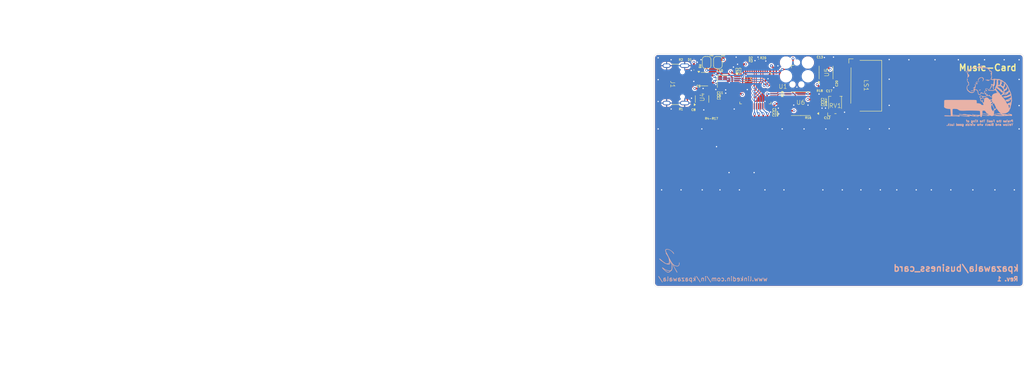
<source format=kicad_pcb>
(kicad_pcb (version 20241229) (generator "pcbnew") (generator_version "9.0")
  (title_block (title "${PROJECT_NAME}") (date "2025-09-05") (rev "${REVISION}") (comment 1 "${BOARD_NAME} ${DOC_TYPE} Document"))
  (layers (0 "F.Cu" signal "L1 (F.Sig)") (4 "In1.Cu" signal "L2 (GND)") (6 "In2.Cu" signal "L3 (PWR)") (2 "B.Cu" signal "L4 (B.Sig)") (13 "F.Paste" user) (15 "B.Paste" user) (5 "F.SilkS" user "F.Silkscreen") (7 "B.SilkS" user "B.Silkscreen") (1 "F.Mask" user) (3 "B.Mask" user) (25 "Edge.Cuts" user))
  (property "BOARD_NAME" "Music Card")
  (property "COMPANY" "")
  (property "DESIGNER" "Kpazawala Windross")
  (property "DOC_TYPE" "Fabrication")
  (property "PROJECT_NAME" "Business Card")
  (property "RELEASE_DATE" "")
  (property "REVIEWER" "")
  (property "REVISION" "1.0")
  (property "VARIANT" "RELEASED")
  (net 0 "")
  (net 1 "GND")
  (net 2 "+3.3V")
  (net 3 "+5V")
  (net 4 "OSC_IN")
  (net 5 "OSC_OUT")
  (net 6 "LINEVOUTL_OUT")
  (net 7 "Net-(U6-CPVOUTN)")
  (net 8 "/IN+_vk")
  (net 9 "Net-(U5-IN+)")
  (net 10 "Net-(U6-CPCB)")
  (net 11 "Net-(U6-CPCA)")
  (net 12 "Net-(U6-VMID)")
  (net 13 "Net-(U5-IN-)")
  (net 14 "/LED_G")
  (net 15 "/USB_CC1")
  (net 16 "/USB_DP_r")
  (net 17 "/USB_DN_r")
  (net 18 "/USB_CC2")
  (net 19 "/TOUCH_r")
  (net 20 "/BOOT")
  (net 21 "Net-(U5-VO-)")
  (net 22 "Net-(U5-VO+)")
  (net 23 "BTN_01")
  (net 24 "BTN_02")
  (net 25 "BTN_03")
  (net 26 "BTN_04")
  (net 27 "BTN_05")
  (net 28 "BTN_06")
  (net 29 "BTN_07")
  (net 30 "BTN_08")
  (net 31 "BTN_12")
  (net 32 "BTN_11")
  (net 33 "BTN_10")
  (net 34 "LINEVOUTL")
  (net 35 "BTN_09")
  (net 36 "Net-(U5-~{SD})")
  (net 37 "Net-(U6-AIFMODE)")
  (net 38 "SWD_CLK")
  (net 40 "SWD_IO")
  (net 41 "USB_D+")
  (net 42 "USB_D-")
  (net 43 "I2S_MC")
  (net 44 "I2S_SD")
  (net 45 "I2S_WS")
  (net 46 "/LED_G_IO")
  (net 47 "I2S_CK")
  (net 50 "SWD_NRST")
  (net 51 "/TOUCH_r1")
  (net 52 "/TOUCH_r2")
  (net 53 "/TOUCH_r3")
  (net 54 "/TOUCH_r4")
  (net 55 "/TOUCH_r5")
  (net 56 "/TOUCH_r6")
  (net 57 "/TOUCH_r7")
  (net 58 "/TOUCH_r8")
  (net 59 "/TOUCH_r9")
  (net 60 "/TOUCH_r10")
  (net 61 "/TOUCH_r11")
  (net 62 "Net-(D2-A)")
  (footprint "0_resistor_smd:R_0201_0603Metric" (layer "F.Cu") (at 192.8 82.845 -90)
    (property "Reference" "R6" (hide yes))
    (property "Value" "10k" (hide yes))
  )
  (footprint "0_jumper:SolderJumper-Open_Pad_1.0x1.5mm" (layer "F.Cu") (at 190.315 70.0125 -90)
    (property "Reference" "JP2" (hide yes))
    (property "Value" "BOOT" (hide yes))
  )
  (footprint "0_capacitor_smd:C_0201_0603Metric" (layer "F.Cu") (at 193.815 72.0125 -90)
    (property "Reference" "C5")
    (property "Value" ".1u" (hide yes))
  )
  (footprint "0_capacitor_smd:C_0201_0603Metric" (layer "F.Cu") (at 215.215 81.5125 90)
    (property "Reference" "C12")
    (property "Value" "22n" (hide yes))
  )
  (footprint "0_connectors:Conn_CIRC" (layer "F.Cu") (at 182.25 91.525 90)
    (property "Reference" "J2" (hide yes))
    (property "Value" "CAP_TOUCH_CIRC" (hide yes))
  )
  (footprint "0_capacitor_smd:C_0201_0603Metric" (layer "F.Cu") (at 205.215 80.1125 90)
    (property "Reference" "C19")
    (property "Value" "1u" (hide yes))
  )
  (footprint "0_capacitor_smd:C_0201_0603Metric" (layer "F.Cu") (at 213.715 78.2125 90)
    (property "Reference" "C14")
    (property "Value" "4.7u" (hide yes))
  )
  (footprint "0_capacitor_smd:C_0201_0603Metric" (layer "F.Cu") (at 203.445 72.325 180)
    (property "Reference" "C4" (hide yes))
    (property "Value" ".1u" (hide yes))
  )
  (footprint "0_potentiometer_smd:TC33X-2-103E" (layer "F.Cu") (at 217.465 79.6875 90)
    (property "Reference" "RV1")
    (property "Value" "10k" (hide yes))
  )
  (footprint "0_connectors:Conn_RECT" (layer "F.Cu") (at 256 110.625 90)
    (property "Reference" "J12" (hide yes))
    (property "Value" "CAP_TOUCH_RECT" (hide yes))
  )
  (footprint "0_resistor_smd:R_0201_0603Metric" (layer "F.Cu") (at 180.46 80.7625 180)
    (property "Reference" "R1")
    (property "Value" "5.1k" (hide yes))
  )
  (footprint "0_resistor_smd:R_0201_0603Metric" (layer "F.Cu") (at 180.45 69.375 180)
    (property "Reference" "R2")
    (property "Value" "5.1k" (hide yes))
  )
  (footprint "0_resistor_smd:R_0201_0603Metric" (layer "F.Cu") (at 195.8 82.845 -90)
    (property "Reference" "R10" (hide yes))
    (property "Value" "10k" (hide yes))
  )
  (footprint "0_resistor_smd:R_0201_0603Metric" (layer "F.Cu") (at 194.8 82.845 -90)
    (property "Reference" "R9" (hide yes))
    (property "Value" "10k" (hide yes))
  )
  (footprint "0_connectors:Conn_SWD_TC2030" (layer "F.Cu") (at 208.52 72.3025 -90)
    (property "Reference" "U1")
    (property "Value" "Conn_SWD_TC2030" (hide yes))
  )
  (footprint "0_led_smd:LED_0201_0603Metric" (layer "F.Cu") (at 184.765 70.82 90)
    (property "Reference" "D1")
    (property "Value" "LED_G" (hide yes))
  )
  (footprint "0_resistor_smd:R_0201_0603Metric" (layer "F.Cu") (at 191.8 82.845 -90)
    (property "Reference" "R5" (hide yes))
    (property "Value" "10k" (hide yes))
  )
  (footprint "0_resistor_smd:R_0201_0603Metric" (layer "F.Cu") (at 199.8 82.87 -90)
    (property "Reference" "R14" (hide yes))
    (property "Value" "10k" (hide yes))
  )
  (footprint "0_resistor_smd:R_0201_0603Metric" (layer "F.Cu") (at 212.58 82.55)
    (property "Reference" "R16")
    (property "Value" "150" (hide yes))
  )
  (footprint "0_led_smd:LED_0201_0603Metric" (layer "F.Cu") (at 199.65 70.025 -90)
    (property "Reference" "D2")
    (property "Value" "LED_G" (hide yes))
  )
  (footprint "0_connectors:Conn_RECT" (layer "F.Cu") (at 247.6 110.625 90)
    (property "Reference" "J11" (hide yes))
    (property "Value" "CAP_TOUCH_RECT" (hide yes))
  )
  (footprint "0_package_qfp:LQFP-48_7.0x7.0mm_.22mm" (layer "F.Cu") (at 198.875 75.97)
    (property "Reference" "U3")
    (property "Value" "STM32L072CBTx" (hide yes))
  )
  (footprint "0_capacitor_smd:C_0201_0603Metric" (layer "F.Cu") (at 216.015 75.7625 180)
    (property "Reference" "C17")
    (property "Value" ".1u" (hide yes))
  )
  (footprint "0_connectors:Conn_RECT" (layer "F.Cu") (at 239.2 110.625 90)
    (property "Reference" "J10" (hide yes))
    (property "Value" "CAP_TOUCH_RECT" (hide yes))
  )
  (footprint "0_resistor_smd:R_0201_0603Metric" (layer "F.Cu") (at 196.8 82.845 -90)
    (property "Reference" "R11" (hide yes))
    (property "Value" "10k" (hide yes))
  )
  (footprint "0_resistor_smd:R_0201_0603Metric" (layer "F.Cu") (at 198.8 82.87 -90)
    (property "Reference" "R13" (hide yes))
    (property "Value" "10k" (hide yes))
  )
  (footprint "0_resistor_smd:R_0201_0603Metric" (layer "F.Cu") (at 200.35 70.025 90)
    (property "Reference" "R20")
    (property "Value" "150" (hide yes))
  )
  (footprint "0_resistor_smd:R_0201_0603Metric" (layer "F.Cu") (at 193.8 82.845 -90)
    (property "Reference" "R7" (hide yes))
    (property "Value" "10k" (hide yes))
  )
  (footprint "0_capacitor_smd:C_0201_0603Metric" (layer "F.Cu") (at 185.965 80.9125)
    (property "Reference" "C8")
    (property "Value" "1u" (hide yes))
  )
  (footprint "0_resistor_smd:R_0201_0603Metric" (layer "F.Cu") (at 197.8 82.845 -90)
    (property "Reference" "R12" (hide yes))
    (property "Value" "10k" (hide yes))
  )
  (footprint "0_capacitor_smd:C_0201_0603Metric" (layer "F.Cu") (at 193.06 76.2625 180)
    (property "Reference" "C1")
    (property "Value" ".1u" (hide yes))
  )
  (footprint "0_connectors:Conn_RECT" (layer "F.Cu") (at 230.8 110.625 90)
    (property "Reference" "J9" (hide yes))
    (property "Value" "CAP_TOUCH_RECT" (hide yes))
  )
  (footprint "0_connectors:Conn_RECT" (layer "F.Cu") (at 214 110.625 90)
    (property "Reference" "J7" (hide yes))
    (property "Value" "CAP_TOUCH_RECT" (hide yes))
  )
  (footprint "0_connectors:Conn_RECT" (layer "F.Cu") (at 180.4 110.625 90)
    (property "Reference" "J3" (hide yes))
    (property "Value" "CAP_TOUCH_RECT" (hide yes))
  )
  (footprint "0_resistor_smd:R_0201_0603Metric" (layer "F.Cu") (at 200.8 82.87 -90)
    (property "Reference" "R15" (hide yes))
    (property "Value" "10k" (hide yes))
  )
  (footprint "0_resistor_smd:R_0201_0603Metric" (layer "F.Cu") (at 198.565 70.4125 180)
    (property "Reference" "R3")
    (property "Value" "150" (hide yes))
  )
  (footprint "0_resistor_smd:R_0201_0603Metric" (layer "F.Cu") (at 190.8 82.845 -90)
    (property "Reference" "R4" (hide yes))
    (property "Value" "10k" (hide yes))
  )
  (footprint "0_capacitor_smd:C_0201_0603Metric" (layer "F.Cu") (at 195.765 70.4125)
    (property "Reference" "C2")
    (property "Value" ".1u" (hide yes))
  )
  (footprint "0_capacitor_smd:C_0201_0603Metric" (layer "F.Cu") (at 190.76 72.4125 180)
    (property "Reference" "C10")
    (property "Value" "10p" (hide yes))
  )
  (footprint "0_connectors:Conn_CIRC" (layer "F.Cu") (at 254.25 91.525 90)
    (property "Reference" "J13" (hide yes))
    (property "Value" "CAP_TOUCH_CIRC" (hide yes))
  )
  (footprint "0_connectors:Conn_RECT" (layer "F.Cu") (at 188.8 110.625 90)
    (property "Reference" "J4" (hide yes))
    (property "Value" "CAP_TOUCH_RECT" (hide yes))
  )
  (footprint "0_connectors:Conn_RECT" (layer "F.Cu") (at 197.2 110.625 90)
    (property "Reference" "J5" (hide yes))
    (property "Value" "CAP_TOUCH_RECT" (hide yes))
  )
  (footprint "0_crystal:CRYSTAL-SMD-4_2.0x1.6mm" (layer "F.Cu") (at 191.255 74.3375 -90)
    (property "Reference" "Y1" (hide yes))
    (property "Value" "32Mhz" (hide yes))
  )
  (footprint "0_capacitor_smd:C_0201_0603Metric" (layer "F.Cu") (at 216.015 68.7625)
    (property "Reference" "C13")
    (property "Value" "4.7u" (hide yes))
  )
  (footprint "0_resistor_smd:R_0201_0603Metric" (layer "F.Cu") (at 185.55 70.825 -90)
    (property "Reference" "R8")
    (property "Value" "150" (hide yes))
  )
  (footprint "0_resistor_smd:R_0201_0603Metric" (layer "F.Cu") (at 213.915 75.7625)
    (property "Reference" "R18")
    (property "Value" "150" (hide yes))
  )
  (footprint "0_capacitor_smd:C_0201_0603Metric" (layer "F.Cu") (at 190.75 76.1875 180)
    (property "Reference" "C11")
    (property "Value" "10p" (hide yes))
  )
  (footprint "0_capacitor_smd:C_0201_0603Metric" (layer "F.Cu") (at 193.07 77.1125)
    (property "Reference" "C6")
    (property "Value" ".1u" (hide yes))
  )
  (footprint "0_capacitor_smd:C_0201_0603Metric" (layer "F.Cu") (at 185.895 76.0125)
    (property "Reference" "C9")
    (property "Value" "1u" (hide yes))
  )
  (footprint "0_resistor_smd:R_0201_0603Metric" (layer "F.Cu") (at 201.8 82.875 -90)
    (property "Reference" "R17" (hide yes))
    (property "Value" "10k" (hide yes))
  )
  (footprint "0_speaker:SP-1511S-1" (layer "F.Cu") (at 224.565 75.2625 -90)
    (property "Reference" "LS1")
    (property "Value" "SP-1511S-1" (hide yes))
  )
  (footprint "0_capacitor_smd:C_0201_0603Metric" (layer "F.Cu") (at 217.165 74.7625 90)
    (property "Reference" "C20")
    (property "Value" ".1u" (hide yes))
  )
  (footprint "0_resistor_smd:R_0201_0603Metric" (layer "F.Cu") (at 205.115 78.7125 90)
    (property "Reference" "R19")
    (property "Value" "150" (hide yes))
  )
  (footprint "0_connectors:Conn_RECT" (layer "F.Cu") (at 205.6 110.625 90)
    (property "Reference" "J6" (hide yes))
    (property "Value" "CAP_TOUCH_RECT" (hide yes))
  )
  (footprint "0_capacitor_smd:C_0201_0603Metric" (layer "F.Cu") (at 203.4475 71.575 180)
    (property "Reference" "C7" (hide yes))
    (property "Value" "4.7u" (hide yes))
  )
  (footprint "0_connectors:Conn_RECT" (layer "F.Cu") (at 222.4 110.625 90)
    (property "Reference" "J8" (hide yes))
    (property "Value" "CAP_TOUCH_RECT" (hide yes))
  )
  (footprint "0_capacitor_smd:C_0201_0603Metric" (layer "F.Cu") (at 205.115 81.5325 -90)
    (property "Reference" "C15")
    (property "Value" "4.7u" (hide yes))
  )
  (footprint "0_capacitor_smd:C_0201_0603Metric" (layer "F.Cu") (at 202.5175 80.43 90)
    (property "Reference" "C3")
    (property "Value" ".1u" (hide yes))
  )
  (footprint "0_package_so:TSSOP-16_5.0x4.4mm" (layer "F.Cu") (at 209.4175 79.2025 180)
    (property "Reference" "U6")
    (property "Value" "WM8524" (hide yes))
  )
  (footprint "0_package_so:MSOP-8_3.0x3.0mm" (layer "F.Cu") (at 215.26 72.255 90)
    (property "Reference" "U5")
    (property "Value" "PAM8302A" (hide yes))
  )
  (footprint "0_connector_usb:USB_C_Receptacle_GCT_USB4105" (layer "F.Cu") (at 179.765 75.0125 -90)
    (property "Reference" "J1")
    (property "Value" "USB_C_Receptacle_USB2.0_14P" (hide yes))
  )
  (footprint "0_package_sot_smd:SOT-23-6" (layer "F.Cu") (at 187.2025 73.7125)
    (property "Reference" "U2" (hide yes))
    (property "Value" "USBLC6-2SC6" (hide yes))
  )
  (footprint "0_capacitor_smd:C_0201_0603Metric" (layer "F.Cu") (at 214.05 81.1625)
    (property "Reference" "C16")
    (property "Value" "1u" (hide yes))
  )
  (footprint "0_package_sot_smd:SOT-23-5" (layer "F.Cu") (at 186.6075 78.4125 90)
    (property "Reference" "U4")
    (property "Value" "TLV70245" (hide yes))
  )
  (footprint "0_jumper:SolderJumper-Open_Pad_1.0x1.5mm" (layer "F.Cu") (at 187.715 70.0125 -90)
    (property "Reference" "JP1" (hide yes))
    (property "Value" "NRST" (hide yes))
  )
  (footprint "0_capacitor_smd:C_0201_0603Metric" (layer "F.Cu") (at 213.615 80.0125 -90)
    (property "Reference" "C18")
    (property "Value" "1u" (hide yes))
  )
  (footprint "0_logos:signature" (layer "B.Cu") (at 179.05 115.825 180)
    (property "Reference" "G***" (hide yes))
    (property "Value" "LOGO" (hide yes))
  )
  (footprint "0_images:schroeder_piano" (layer "B.Cu") (at 250.291174 75.77987 180)
    (property "Reference" "G***" (hide yes))
    (property "Value" "LOGO" (hide yes))
  )
  (gr_line (start 176.45 67.925) (end 260.05 67.925) (stroke (width 0.05)) (layer "Edge.Cuts"))
  (gr_line (start 260.05 121.925) (end 176.45 121.925) (stroke (width 0.05)) (layer "Edge.Cuts"))
  (gr_line (start 261.05 68.925) (end 261.05 120.925) (stroke (width 0.05)) (layer "Edge.Cuts"))
  (gr_arc (start 176.45 121.925) (mid 175.74288 121.632114) (end 175.45 120.925) (stroke (width 0.05)) (layer "Edge.Cuts"))
  (gr_line (start 175.45 120.925) (end 175.45 68.925) (stroke (width 0.05)) (layer "Edge.Cuts"))
  (gr_arc (start 175.45 68.925) (mid 175.742894 68.217901) (end 176.45 67.925) (stroke (width 0.05)) (layer "Edge.Cuts"))
  (gr_arc (start 260.05 67.925) (mid 260.757093 68.217901) (end 261.05 68.925) (stroke (width 0.05)) (layer "Edge.Cuts"))
  (gr_arc (start 261.05 120.925) (mid 260.757108 121.632114) (end 260.05 121.925) (stroke (width 0.05)) (layer "Edge.Cuts"))
  (gr_text "NRST" (at 188.325 68.55 0) (layer "F.SilkS") (effects (font (size 0.25 0.25) (thickness 0.05) (bold yes)) (justify left bottom)))
  (gr_text "Music-Card" (at 245.85 72.025 0) (layer "F.SilkS") (effects (font (size 1.5 1.5) (thickness 0.3) (bold yes)) (justify left bottom)))
  (gr_text "R4-R17" (at 187.2 83.225 0) (layer "F.SilkS") (effects (font (size 0.5 0.5) (thickness 0.1) (bold yes)) (justify left bottom)))
  (gr_text "BOOT" (at 191 68.55 0) (layer "F.SilkS") (effects (font (size 0.25 0.25) (thickness 0.05) (bold yes)) (justify left bottom)))
  (gr_text "kpazawala/business_card" (at 260.05 118.425 0) (layer "B.SilkS") (effects (font (size 1.5 1.5) (thickness 0.3) (bold yes)) (justify left bottom mirror)))
  (gr_text "Rev. 1" (at 259.85 120.625 0) (layer "B.SilkS") (effects (font (size 1 1) (thickness 0.25) (bold yes)) (justify left bottom mirror)))
  (gr_text "Praise the Fool! The King of \nYellow and Black who wields good luck." (at 258.65 84.625 0) (layer "B.SilkS") (effects (font (size 0.5 0.5) (thickness 0.125) (bold yes)) (justify left bottom mirror)))
  (gr_text "www.linkedin.com/in/kpazawala/" (at 201.85 120.625 -0) (layer "B.SilkS") (effects (font (size 1 1)) (justify left bottom mirror)))
  (segment (start 198.885 69.56) (end 198.85 69.525) (width 0.3) (layer "F.Cu") (net 1))
  (segment (start 200.4 70.345) (end 200.63 70.345) (width 0.3) (layer "F.Cu") (net 1))
  (segment (start 218.465 81.4875) (end 219.54 81.4875) (width 0.3) (layer "F.Cu") (net 1))
  (segment (start 208.545 74.3975) (end 208.545 75.6625) (width 0.2) (layer "F.Cu") (net 1))
  (segment (start 200.63 70.345) (end 201.35 69.625) (width 0.3) (layer "F.Cu") (net 1))
  (segment (start 190.44 72.4625) (end 189.78 72.4625) (width 0.3) (layer "F.Cu") (net 1))
  (segment (start 186.6075 80.54) (end 186.615 80.54) (width 0.3) (layer "F.Cu") (net 1))
  (segment (start 214.965 70.1625) (end 214.965 68.858219) (width 0.3) (layer "F.Cu") (net 1))
  (segment (start 196.68 71.7625) (end 196.68 72.855445) (width 0.3) (layer "F.Cu") (net 1))
  (segment (start 203.0925 73.675) (end 201.9025 73.675) (width 0.3) (layer "F.Cu") (net 1))
  (segment (start 203.7675 71.625) (end 203.7675 71.1075) (width 0.3) (layer "F.Cu") (net 1))
  (segment (start 186.615 80.54) (end 187 80.925) (width 0.3) (layer "F.Cu") (net 1))
  (segment (start 201.18 78.9775) (end 201.165 78.9625) (width 0.3) (layer "F.Cu") (net 1))
  (segment (start 192.077922 76.3125) (end 192.0625 76.297078) (width 0.3) (layer "F.Cu") (net 1))
  (segment (start 192.75 77.0625) (end 192.095 77.0625) (width 0.3) (layer "F.Cu") (net 1))
  (segment (start 193.865 71.6925) (end 193.865 71.0125) (width 0.3) (layer "F.Cu") (net 1))
  (segment (start 189.805 76.2375) (end 189.78 76.2125) (width 0.3) (layer "F.Cu") (net 1))
  (segment (start 204.25 80.525) (end 204.45 80.325) (width 0.3) (layer "F.Cu") (net 1))
  (segment (start 185.515 70.5325) (end 185.515 69.9075) (width 0.3) (layer "F.Cu") (net 1))
  (segment (start 201.9025 73.675) (end 201.865 73.7125) (width 0.3) (layer "F.Cu") (net 1))
  (segment (start 192.915 74.5975) (end 191.93 73.6125) (width 0.3) (layer "F.Cu") (net 1))
  (segment (start 186.215 75.9625) (end 186.8525 75.9625) (width 0.3) (layer "F.Cu") (net 1))
  (segment (start 217.115 75.7125) (end 217.065 75.7625) (width 0.3) (layer "F.Cu") (net 1))
  (segment (start 192.915 74.607246) (end 192.915 74.5975) (width 0.3) (layer "F.Cu") (net 1))
  (segment (start 204.45 80.325) (end 204.45 79.8775) (width 0.3) (layer "F.Cu") (net 1))
  (segment (start 190.78 75.0625) (end 189.795 75.0625) (width 0.3) (layer "F.Cu") (net 1))
  (segment (start 184.165 78.2125) (end 183.155 78.2125) (width 0.3) (layer "F.Cu") (net 1))
  (segment (start 180.13 69.325) (end 179.45 69.325) (width 0.3) (layer "F.Cu") (net 1))
  (segment (start 204.35 81.8525) (end 205.165 81.8525) (width 0.3) (layer "F.Cu") (net 1))
  (segment (start 186.6075 80.54) (end 186.285 80.8625) (width 0.3) (layer "F.Cu") (net 1))
  (segment (start 196.6275 76.675) (end 194.7675 76.675) (width 0.3) (layer "F.Cu") (net 1))
  (segment (start 195.445 70.3625) (end 194.815 70.3625) (width 0.3) (layer "F.Cu") (net 1))
  (segment (start 214.335 81.1125) (end 214.335 80.5425) (width 0.3) (layer "F.Cu") (net 1))
  (segment (start 214.965 68.858219) (end 214.911601 68.80482) (width 0.3) (layer "F.Cu") (net 1))
  (segment (start 192.74 76.3125) (end 192.077922 76.3125) (width 0.3) (layer "F.Cu") (net 1))
  (segment (start 180.14 80.7125) (end 179.465 80.7125) (width 0.3) (layer "F.Cu") (net 1))
  (segment (start 198.885 70.3625) (end 198.885 69.56) (width 0.3) (layer "F.Cu") (net 1))
  (segment (start 204.45 79.8775) (end 204.535 79.7925) (width 0.3) (layer "F.Cu") (net 1))
  (segment (start 196.68 72.855445) (end 196.7818 72.957245) (width 0.3) (layer "F.Cu") (net 1))
  (segment (start 183.155 71.8125) (end 184.115 71.8125) (width 0.3) (layer "F.Cu") (net 1))
  (segment (start 184.691105 74.291481) (end 185.170086 73.8125) (width 0.3) (layer "F.Cu") (net 1))
  (segment (start 201.18 80.0875) (end 201.18 78.9775) (width 0.3) (layer "F.Cu") (net 1))
  (segment (start 214.335 80.5425) (end 214.365 80.5125) (width 0.3) (layer "F.Cu") (net 1))
  (segment (start 191.93 73.6125) (end 191.93 73.793744) (width 0.2) (layer "F.Cu") (net 1))
  (segment (start 190.78 74.943744) (end 190.78 75.0625) (width 0.2) (layer "F.Cu") (net 1))
  (segment (start 212.29 79.8125) (end 211.115 79.8125) (width 0.3) (layer "F.Cu") (net 1))
  (segment (start 191.93 73.6125) (end 192.115 73.6125) (width 0.3) (layer "F.Cu") (net 1))
  (segment (start 202.4675 81.41) (end 202.4675 80.75) (width 0.3) (layer "F.Cu") (net 1))
  (segment (start 204.535 79.7925) (end 205.165 79.7925) (width 0.3) (layer "F.Cu") (net 1))
  (segment (start 207.92 73.7725) (end 208.545 74.3975) (width 0.2) (layer "F.Cu") (net 1))
  (segment (start 203.7675 71.1075) (end 204.15 70.725) (width 0.3) (layer "F.Cu") (net 1))
  (segment (start 215.165 81.1925) (end 215.165 80.5075) (width 0.3) (layer "F.Cu") (net 1))
  (segment (start 184.691105 74.331502) (end 184.691105 74.291481) (width 0.3) (layer "F.Cu") (net 1))
  (segment (start 187.665 69.3125) (end 186.365 69.3125) (width 0.3) (layer "F.Cu") (net 1))
  (segment (start 186.6075 79.55) (end 186.6075 80.54) (width 0.3) (layer "F.Cu") (net 1))
  (segment (start 213.665 77.8925) (end 213.665 77.2575) (width 0.3) (layer "F.Cu") (net 1))
  (segment (start 197.075 76.2275) (end 196.6275 76.675) (width 0.3) (layer "F.Cu") (net 1))
  (segment (start 190.43 76.2375) (end 189.805 76.2375) (width 0.3) (layer "F.Cu") (net 1))
  (segment (start 217.115 75.0825) (end 217.115 75.7125) (width 0.3) (layer "F.Cu") (net 1))
  (segment (start 203.765 71.6275) (end 203.7675 71.625) (width 0.3) (layer "F.Cu") (net 1))
  (segment (start 185.170086 73.8125) (end 186.015 73.8125) (width 0.3) (layer "F.Cu") (net 1))
  (segment (start 203.765 72.375) (end 203.765 71.6275) (width 0.3) (layer "F.Cu") (net 1))
  (segment (start 206.565 79.8125) (end 207.815 79.8125) (width 0.3) (layer "F.Cu") (net 1))
  (segment (start 216.335 68.7125) (end 217.015 68.7125) (width 0.3) (layer "F.Cu") (net 1))
  (segment (start 219.54 81.4875) (end 219.565 81.4625) (width 0.3) (layer "F.Cu") (net 1))
  (via (at 194.5 68.725) (size 0.7) (drill 0.3) (layers "F.Cu" "B.Cu") (net 1))
  (via (at 259.95 79.925) (size 0.7) (drill 0.3) (layers "F.Cu" "B.Cu") (net 1))
  (via (at 215.165 80.5075) (size 0.6) (drill 0.3) (layers "F.Cu" "B.Cu") (net 1))
  (via (at 189.78 76.2125) (size 0.6) (drill 0.3) (layers "F.Cu" "B.Cu") (net 1))
  (via (at 185.515 69.9075) (size 0.6) (drill 0.3) (layers "F.Cu" "B.Cu") (net 1))
  (via (at 214.365 80.5125) (size 0.6) (drill 0.3) (layers "F.Cu" "B.Cu") (net 1))
  (via (at 184.115 71.8125) (size 0.6) (drill 0.3) (layers "F.Cu" "B.Cu") (net 1))
  (via (at 256.5 69.325) (size 0.7) (drill 0.3) (layers "F.Cu" "B.Cu") (net 1))
  (via (at 199.55 68.725) (size 0.7) (drill 0.3) (layers "F.Cu" "B.Cu") (net 1))
  (via (at 204.35 81.8525) (size 0.6) (drill 0.3) (layers "F.Cu" "B.Cu") (net 1))
  (via (at 176.45 78.975) (size 0.7) (drill 0.3) (layers "F.Cu" "B.Cu") (net 1))
  (via (at 179.465 80.7125) (size 0.6) (drill 0.3) (layers "F.Cu" "B.Cu") (net 1))
  (via (at 258.85 99.425) (size 0.7) (drill 0.3) (layers "F.Cu" "B.Cu") (net 1))
  (via (at 192.0825 77.05) (size 0.6) (drill 0.3) (layers "F.Cu" "B.Cu") (net 1))
  (via (at 192.85 95.425) (size 0.7) (drill 0.3) (layers "F.Cu" "B.Cu") (net 1))
  (via (at 219.05 99.425) (size 0.7) (drill 0.3) (layers "F.Cu" "B.Cu") (net 1))
  (via (at 194.815 70.3625) (size 0.6) (drill 0.3) (layers "F.Cu" "B.Cu") (net 1))
  (via (at 249.25 99.425) (size 0.7) (drill 0.3) (layers "F.Cu" "B.Cu") (net 1))
  (via (at 214.55 99.425) (size 0.7) (drill 0.3) (layers "F.Cu" "B.Cu") (net 1))
  (via (at 189.795 75.0625) (size 0.6) (drill 0.3) (layers "F.Cu" "B.Cu") (net 1))
  (via (at 234.45 69.325) (size 0.7) (drill 0.3) (layers "F.Cu" "B.Cu") (net 1))
  (via (at 201.865 73.7125) (size 0.6) (drill 0.3) (layers "F.Cu" "B.Cu") (net 1))
  (via (at 211.115 79.8125) (size 0.6) (drill 0.3) (layers "F.Cu" "B.Cu") (net 1))
  (via (at 197.075 76.2275) (size 0.6) (drill 0.3) (layers "F.Cu" "B.Cu") (net 1))
  (via (at 236.15 99.425) (size 0.7) (drill 0.3) (layers "F.Cu" "B.Cu") (net 1))
  (via (at 223.35 99.425) (size 0.7) (drill 0.3) (layers "F.Cu" "B.Cu") (net 1))
  (via (at 210.2 85.325) (size 0.7) (drill 0.3) (layers "F.Cu" "B.Cu") (net 1))
  (via (at 186.55 85.325) (size 0.7) (drill 0.3) (layers "F.Cu" "B.Cu") (net 1))
  (via (at 198.85 69.525) (size 0.6) (drill 0.3) (layers "F.Cu" "B.Cu") (net 1))
  (via (at 259.95 69.325) (size 0.7) (drill 0.3) (layers "F.Cu" "B.Cu") (net 1))
  (via (at 215.25 85.325) (size 0.7) (drill 0.3) (layers "F.Cu" "B.Cu") (net 1))
  (via (at 220.3 85.325) (size 0.7) (drill 0.3) (layers "F.Cu" "B.Cu") (net 1))
  (via (at 181.75 99.425) (size 0.7) (drill 0.3) (layers "F.Cu" "B.Cu") (net 1))
  (via (at 186.65 99.425) (size 0.7) (drill 0.3) (layers "F.Cu" "B.Cu") (net 1))
  (via (at 186.365 69.3125) (size 0.6) (drill 0.3) (layers "F.Cu" "B.Cu") (net 1))
  (via (at 189.78 72.4625) (size 0.6) (drill 0.3) (layers "F.Cu" "B.Cu") (net 1))
  (via (at 213.665 77.2575) (size 0.6) (drill 0.3) (layers "F.Cu" "B.Cu") (net 1))
  (via (at 176.45 85.325) (size 0.7) (drill 0.3) (layers "F.Cu" "B.Cu") (net 1))
  (via (at 201.165 78.9625) (size 0.6) (drill 0.3) (layers "F.Cu" "B.Cu") (net 1))
  (via (at 225.35 85.325) (size 0.7) (drill 0.3) (layers "F.Cu" "B.Cu") (net 1))
  (via (at 177.25 99.425) (size 0.7) (drill 0.3) (layers "F.Cu" "B.Cu") (net 1))
  (via (at 192.0625 76.297078) (size 0.6) (drill 0.3) (layers "F.Cu" "B.Cu") (net 1))
  (via (at 229.9 79.875) (size 0.7) (drill 0.3) (layers "F.Cu" "B.Cu") (net 1))
  (via (at 217.015 68.7125) (size 0.6) (drill 0.3) (layers "F.Cu" "B.Cu") (net 1))
  (via (at 176.45 73.925) (size 0.7) (drill 0.3) (layers "F.Cu" "B.Cu") (net 1))
  (via (at 259.95 73.875) (size 0.7) (drill 0.3) (layers "F.Cu" "B.Cu") (net 1))
  (via (at 240.5 69.325) (size 0.7) (drill 0.3) (layers "F.Cu" "B.Cu") (net 1))
  (via (at 194.05 80.725) (size 0.6) (drill 0.3) (layers "F.Cu" "B.Cu") (net 1))
  (via (at 245.9 69.325) (size 0.7) (drill 0.3) (layers "F.Cu" "B.Cu") (net 1))
  (via (at 217.065 75.7625) (size 0.6) (drill 0.3) (layers "F.Cu" "B.Cu") (net 1))
  (via (at 254.35 99.425) (size 0.7) (drill 0.3) (layers "F.Cu" "B.Cu") (net 1))
  (via (at 187 80.925) (size 0.6) (drill 0.3) (layers "F.Cu" "B.Cu") (net 1))
  (via (at 219.565 81.4625) (size 0.6) (drill 0.3) (layers "F.Cu" "B.Cu") (net 1))
  (via (at 205.15 85.325) (size 0.7) (drill 0.3) (layers "F.Cu" "B.Cu") (net 1))
  (via (at 207.815 79.8125) (size 0.6) (drill 0.3) (layers "F.Cu" "B.Cu") (net 1))
  (via (at 190.75 99.425) (size 0.7) (drill 0.3) (layers "F.Cu" "B.Cu") (net 1))
  (via (at 186.8525 75.9625) (size 0.6) (drill 0.3) (layers "F.Cu" "B.Cu") (net 1))
  (via (at 239.65 99.425) (size 0.7) (drill 0.3) (layers "F.Cu" "B.Cu") (net 1))
  (via (at 198.65 95.425) (size 0.7) (drill 0.3) (layers "F.Cu" "B.Cu") (net 1))
  (via (at 189.95 89.425) (size 0.7) (drill 0.3) (layers "F.Cu" "B.Cu") (net 1))
  (via (at 229.9 69.275) (size 0.7) (drill 0.3) (layers "F.Cu" "B.Cu") (net 1))
  (via (at 231.65 99.425) (size 0.7) (drill 0.3) (layers "F.Cu" "B.Cu") (net 1))
  (via (at 196.7818 72.957245) (size 0.6) (drill 0.3) (layers "F.Cu" "B.Cu") (net 1))
  (via (at 193.865 71.0125) (size 0.6) (drill 0.3) (layers "F.Cu" "B.Cu") (net 1))
  (via (at 229.9 85.275) (size 0.7) (drill 0.3) (layers "F.Cu" "B.Cu") (net 1))
  (via (at 176.45 68.875) (size 0.7) (drill 0.3) (layers "F.Cu" "B.Cu") (net 1))
  (via (at 204.15 70.725) (size 0.7) (drill 0.3) (layers "F.Cu" "B.Cu") (net 1))
  (via (at 251.95 69.325) (size 0.7) (drill 0.3) (layers "F.Cu" "B.Cu") (net 1))
  (via (at 229.9 73.825) (size 0.7) (drill 0.3) (layers "F.Cu" "B.Cu") (net 1))
  (via (at 184.691105 74.331502) (size 0.6) (drill 0.3) (layers "F.Cu" "B.Cu") (net 1))
  (via (at 195.25 99.425) (size 0.7) (drill 0.3) (layers "F.Cu" "B.Cu") (net 1))
  (via (at 202.4675 81.41) (size 0.6) (drill 0.3) (layers "F.Cu" "B.Cu") (net 1))
  (via (at 244.15 99.425) (size 0.7) (drill 0.3) (layers "F.Cu" "B.Cu") (net 1))
  (via (at 259.95 85.325) (size 0.7) (drill 0.3) (layers "F.Cu" "B.Cu") (net 1))
  (via (at 208.545 75.6625) (size 0.6) (drill 0.3) (layers "F.Cu" "B.Cu") (net 1))
  (via (at 192.915 74.607246) (size 0.6) (drill 0.3) (layers "F.Cu" "B.Cu") (net 1))
  (via (at 205.55 99.425) (size 0.7) (drill 0.3) (layers "F.Cu" "B.Cu") (net 1))
  (via (at 201.15 99.425) (size 0.7) (drill 0.3) (layers "F.Cu" "B.Cu") (net 1))
  (via (at 184.165 78.2125) (size 0.6) (drill 0.3) (layers "F.Cu" "B.Cu") (net 1))
  (via (at 214.911601 68.80482) (size 0.6) (drill 0.3) (layers "F.Cu" "B.Cu") (net 1))
  (via (at 204.25 80.525) (size 0.6) (drill 0.3) (layers "F.Cu" "B.Cu") (net 1))
  (via (at 227.85 99.425) (size 0.7) (drill 0.3) (layers "F.Cu" "B.Cu") (net 1))
  (via (at 179.45 69.325) (size 0.6) (drill 0.3) (layers "F.Cu" "B.Cu") (net 1))
  (via (at 201.35 69.625) (size 0.6) (drill 0.3) (layers "F.Cu" "B.Cu") (net 1))
  (segment (start 215.615 70.1625) (end 215.615 70.974999) (width 0.3) (layer "F.Cu") (net 2))
  (segment (start 213.595 75.42405) (end 213.23345 75.0625) (width 0.3) (layer "F.Cu") (net 2))
  (segment (start 193.5025 77.175) (end 193.39 77.0625) (width 0.3) (layer "F.Cu") (net 2))
  (segment (start 215.615 68.7925) (end 215.695 68.7125) (width 0.3) (layer "F.Cu") (net 2))
  (segment (start 205.265 81.1125) (end 205.165 81.2125) (width 0.3) (layer "F.Cu") (net 2))
  (segment (start 216.165001 71.525) (end 216.25 71.525) (width 0.3) (layer "F.Cu") (net 2))
  (segment (start 201.7025 80.11) (end 201.68 80.0875) (width 0.3) (layer "F.Cu") (net 2))
  (segment (start 203.45 79.5) (end 204.075 79.5) (width 0.3) (layer "F.Cu") (net 2))
  (segment (start 196.18 70.4575) (end 196.085 70.3625) (width 0.3) (layer "F.Cu") (net 2))
  (segment (start 215.615 70.974999) (end 216.165001 71.525) (width 0.3) (layer "F.Cu") (net 2))
  (segment (start 215.615 70.1625) (end 215.615 68.7925) (width 0.3) (layer "F.Cu") (net 2))
  (segment (start 185.575 75.9625) (end 184.9 75.9625) (width 0.3) (layer "F.Cu") (net 2))
  (segment (start 203.1275 72.3725) (end 203.125 72.375) (width 0.3) (layer "F.Cu") (net 2))
  (segment (start 207.645 70.9575) (end 207.645 69.0625) (width 0.2) (layer "F.Cu") (net 2))
  (segment (start 203.1175 80.11) (end 202.4675 80.11) (width 0.3) (layer "F.Cu") (net 2))
  (segment (start 193.424894 72.3325) (end 193.184947 72.092553) (width 0.3) (layer "F.Cu") (net 2))
  (segment (start 196.085 70.3625) (end 196.665 70.3625) (width 0.3) (layer "F.Cu") (net 2))
  (segment (start 204.535 79.0325) (end 205.165 79.0325) (width 0.3) (layer "F.Cu") (net 2))
  (segment (start 195.77493 77.175) (end 195.948658 77.348728) (width 0.3) (layer "F.Cu") (net 2))
  (segment (start 204.075 79.5) (end 204.535 79.04) (width 0.3) (layer "F.Cu") (net 2))
  (segment (start 194.7675 73.175) (end 194.7075 73.175) (width 0.3) (layer "F.Cu") (net 2))
  (segment (start 203.45 79.5) (end 203.45 79.7775) (width 0.3) (layer "F.Cu") (net 2))
  (segment (start 196.18 71.7625) (end 196.18 70.4575) (width 0.3) (layer "F.Cu") (net 2))
  (segment (start 203.45 79.7775) (end 203.1175 80.11) (width 0.3) (layer "F.Cu") (net 2))
  (segment (start 206.565 81.1125) (end 207.865 81.1125) (width 0.3) (layer "F.Cu") (net 2))
  (segment (start 185.575 77.1925) (end 185.575 75.9625) (width 0.3) (layer "F.Cu") (net 2))
  (segment (start 204.535 79.04) (end 204.535 79.0325) (width 0.3) (layer "F.Cu") (net 2))
  (segment (start 203.1275 71.625) (end 203.1275 71.2025) (width 0.3) (layer "F.Cu") (net 2))
  (segment (start 203.1275 71.625) (end 203.1275 72.3725) (width 0.3) (layer "F.Cu") (net 2))
  (segment (start 212.29 78.5125) (end 211.0875 78.5125) (width 0.3) (layer "F.Cu") (net 2))
  (segment (start 193.865 72.3325) (end 193.424894 72.3325) (width 0.3) (layer "F.Cu") (net 2))
  (segment (start 213.665 78.5325) (end 212.31 78.5325) (width 0.3) (layer "F.Cu") (net 2))
  (segment (start 206.565 81.1125) (end 205.265 81.1125) (width 0.3) (layer "F.Cu") (net 2))
  (segment (start 194.7675 77.175) (end 193.5025 77.175) (width 0.3) (layer "F.Cu") (net 2))
  (segment (start 203.1275 71.2025) (end 202.65 70.725) (width 0.3) (layer "F.Cu") (net 2))
  (segment (start 207.92 71.2325) (end 207.645 70.9575) (width 0.2) (layer "F.Cu") (net 2))
  (segment (start 202.4675 80.11) (end 201.7025 80.11) (width 0.3) (layer "F.Cu") (net 2))
  (segment (start 211.0875 78.5125) (end 211.075 78.525) (width 0.3) (layer "F.Cu") (net 2))
  (segment (start 212.31 78.5325) (end 212.29 78.5125) (width 0.3) (layer "F.Cu") (net 2))
  (segment (start 194.7675 77.175) (end 195.77493 77.175) (width 0.3) (layer "F.Cu") (net 2))
  (segment (start 213.595 75.8125) (end 213.595 75.42405) (width 0.3) (layer "F.Cu") (net 2))
  (segment (start 185.6575 77.275) (end 185.575 77.1925) (width 0.3) (layer "F.Cu") (net 2))
  (segment (start 213.23345 75.0625) (end 213.315 75.0625) (width 0.3) (layer "F.Cu") (net 2))
  (segment (start 196.665 70.3625) (end 196.715 70.3125) (width 0.3) (layer "F.Cu") (net 2))
  (segment (start 194.7075 73.175) (end 193.865 72.3325) (width 0.3) (layer "F.Cu") (net 2))
  (segment (start 203.125 72.375) (end 203.125 73.1425) (width 0.3) (layer "F.Cu") (net 2))
  (segment (start 203.125 73.1425) (end 203.0925 73.175) (width 0.3) (layer "F.Cu") (net 2))
  (segment (start 184.715 70.5) (end 184.715 69.89) (width 0.3) (layer "F.Cu") (net 2))
  (segment (start 190.265 69.3125) (end 191.565 69.3125) (width 0.3) (layer "F.Cu") (net 2))
  (via (at 203.45 79.5) (size 0.6) (drill 0.3) (layers "F.Cu" "B.Cu") (net 2))
  (via (at 207.865 81.1125) (size 0.6) (drill 0.3) (layers "F.Cu" "B.Cu") (net 2))
  (via (at 213.23345 75.0625) (size 0.6) (drill 0.3) (layers "F.Cu" "B.Cu") (net 2))
  (via (at 202.65 70.725) (size 0.7) (drill 0.3) (layers "F.Cu" "B.Cu") (net 2))
  (via (at 191.565 69.3125) (size 0.6) (drill 0.3) (layers "F.Cu" "B.Cu") (net 2))
  (via (at 184.715 69.89) (size 0.6) (drill 0.3) (layers "F.Cu" "B.Cu") (net 2))
  (via (at 207.645 69.0625) (size 0.6) (drill 0.3) (layers "F.Cu" "B.Cu") (net 2))
  (via (at 196.715 70.3125) (size 0.6) (drill 0.3) (layers "F.Cu" "B.Cu") (net 2))
  (via (at 211.075 78.525) (size 0.6) (drill 0.3) (layers "F.Cu" "B.Cu") (net 2))
  (via (at 195.948658 77.348728) (size 0.6) (drill 0.3) (layers "F.Cu" "B.Cu") (net 2))
  (via (at 184.9 75.9625) (size 0.6) (drill 0.3) (layers "F.Cu" "B.Cu") (net 2))
  (via (at 216.25 71.525) (size 0.6) (drill 0.3) (layers "F.Cu" "B.Cu") (net 2))
  (via (at 193.184947 72.092553) (size 0.6) (drill 0.3) (layers "F.Cu" "B.Cu") (net 2))
  (segment (start 185.288 78.4365) (end 184.916 78.8085) (width 0.5) (layer "F.Cu") (net 3))
  (segment (start 185.645 80.8625) (end 185.645 79.72) (width 0.3) (layer "F.Cu") (net 3))
  (segment (start 184.916 78.8085) (end 184.916 77.901425) (width 0.5) (layer "F.Cu") (net 3))
  (segment (start 188.3085 76.356425) (end 188.3085 78.0625) (width 0.5) (layer "F.Cu") (net 3))
  (segment (start 184.916 77.901425) (end 184.427075 77.4125) (width 0.5) (layer "F.Cu") (net 3))
  (segment (start 184.427075 77.4125) (end 183.155 77.4125) (width 0.5) (layer "F.Cu") (net 3))
  (segment (start 187.1765 72.9625) (end 187.1765 75.224425) (width 0.5) (layer "F.Cu") (net 3))
  (segment (start 187.627501 73.8125) (end 188.29 73.8125) (width 0.5) (layer "F.Cu") (net 3))
  (segment (start 184.477075 72.6125) (end 184.978075 72.1115) (width 0.5) (layer "F.Cu") (net 3))
  (segment (start 188.3085 78.0625) (end 187.9345 78.4365) (width 0.5) (layer "F.Cu") (net 3))
  (segment (start 187.1765 75.224425) (end 188.3085 76.356425) (width 0.5) (layer "F.Cu") (net 3))
  (segment (start 187.9345 78.4365) (end 186.815 78.4365) (width 0.5) (layer "F.Cu") (net 3))
  (segment (start 187.1765 72.9625) (end 187.1765 73.361499) (width 0.5) (layer "F.Cu") (net 3))
  (segment (start 186.015 78.4365) (end 185.288 78.4365) (width 0.5) (layer "F.Cu") (net 3))
  (segment (start 187.1765 73.361499) (end 187.627501 73.8125) (width 0.5) (layer "F.Cu") (net 3))
  (segment (start 186.8286 72.1115) (end 187.1765 72.4594) (width 0.5) (layer "F.Cu") (net 3))
  (segment (start 187.5575 79.55) (end 187.5575 78.9834) (width 0.5) (layer "F.Cu") (net 3))
  (segment (start 183.155 72.6125) (end 184.377075 72.6125) (width 0.5) (layer "F.Cu") (net 3))
  (segment (start 187.5575 78.9834) (end 187.0106 78.4365) (width 0.5) (layer "F.Cu") (net 3))
  (segment (start 187.0106 78.4365) (end 186.015 78.4365) (width 0.5) (layer "F.Cu") (net 3))
  (segment (start 187.1765 72.9625) (end 187.1765 72.4594) (width 0.5) (layer "F.Cu") (net 3))
  (segment (start 185.6575 79.55) (end 184.916 78.8085) (width 0.5) (layer "F.Cu") (net 3))
  (segment (start 184.978075 72.1115) (end 186.8286 72.1115) (width 0.5) (layer "F.Cu") (net 3))
  (segment (start 193.565 74.9625) (end 193.565 73.391846) (width 0.3) (layer "F.Cu") (net 4))
  (segment (start 192.635654 72.4625) (end 191.08 72.4625) (width 0.3) (layer "F.Cu") (net 4))
  (segment (start 193.7775 75.175) (end 193.565 74.9625) (width 0.3) (layer "F.Cu") (net 4))
  (segment (start 190.78 73.6125) (end 191.08 73.3125) (width 0.3) (layer "F.Cu") (net 4))
  (segment (start 191.08 73.3125) (end 191.08 72.4625) (width 0.3) (layer "F.Cu") (net 4))
  (segment (start 193.565 73.391846) (end 192.635654 72.4625) (width 0.3) (layer "F.Cu") (net 4))
  (segment (start 194.7675 75.175) (end 193.7775 75.175) (width 0.3) (layer "F.Cu") (net 4))
  (segment (start 191.93 75.293924) (end 191.93 75.0625) (width 0.3) (layer "F.Cu") (net 5))
  (segment (start 191.07 76.2375) (end 191.07 76.153924) (width 0.3) (layer "F.Cu") (net 5))
  (segment (start 191.965 75.0625) (end 191.93 75.0625) (width 0.3) (layer "F.Cu") (net 5))
  (segment (start 194.7675 75.675) (end 192.5775 75.675) (width 0.3) (layer "F.Cu") (net 5))
  (segment (start 192.5775 75.675) (end 191.965 75.0625) (width 0.3) (layer "F.Cu") (net 5))
  (segment (start 191.07 76.153924) (end 191.93 75.293924) (width 0.3) (layer "F.Cu") (net 5))
  (segment (start 216.12 81.8325) (end 215.165 81.8325) (width 0.3) (layer "F.Cu") (net 6))
  (segment (start 214.3975 82.6) (end 212.9 82.6) (width 0.3) (layer "F.Cu") (net 6))
  (segment (start 216.465 81.4875) (end 216.12 81.8325) (width 0.3) (layer "F.Cu") (net 6))
  (segment (start 214.3975 82.6) (end 215.165 81.8325) (width 0.3) (layer "F.Cu") (net 6))
  (segment (start 213.73 81.1125) (end 212.29 81.1125) (width 0.3) (layer "F.Cu") (net 7))
  (segment (start 216.335 77.1075) (end 216.335 75.8125) (width 0.3) (layer "F.Cu") (net 8))
  (segment (start 217.465 78.2375) (end 216.335 77.1075) (width 0.3) (layer "F.Cu") (net 8))
  (segment (start 215.615 74.3875) (end 215.615 75.7325) (width 0.3) (layer "F.Cu") (net 9))
  (segment (start 215.615 75.7325) (end 215.695 75.8125) (width 0.3) (layer "F.Cu") (net 9))
  (segment (start 213.535 80.4625) (end 212.29 80.4625) (width 0.3) (layer "F.Cu") (net 10))
  (segment (start 213.665 80.3325) (end 213.535 80.4625) (width 0.3) (layer "F.Cu") (net 10))
  (segment (start 213.665 79.6925) (end 213.135 79.1625) (width 0.3) (layer "F.Cu") (net 11))
  (segment (start 213.135 79.1625) (end 212.29 79.1625) (width 0.3) (layer "F.Cu") (net 11))
  (segment (start 206.565 80.4625) (end 205.195 80.4625) (width 0.3) (layer "F.Cu") (net 12))
  (segment (start 205.195 80.4625) (end 205.165 80.4325) (width 0.3) (layer "F.Cu") (net 12))
  (segment (start 216.265 74.3875) (end 217.06 74.3875) (width 0.3) (layer "F.Cu") (net 13))
  (segment (start 217.06 74.3875) (end 217.115 74.4425) (width 0.3) (layer "F.Cu") (net 13))
  (segment (start 185.515 71.13) (end 184.725 71.13) (width 0.3) (layer "F.Cu") (net 14))
  (segment (start 184.725 71.13) (end 184.715 71.14) (width 0.3) (layer "F.Cu") (net 14))
  (segment (start 182.475466 73.7625) (end 180.77 72.057034) (width 0.3) (layer "F.Cu") (net 15))
  (segment (start 183.155 73.7625) (end 182.475466 73.7625) (width 0.3) (layer "F.Cu") (net 15))
  (segment (start 180.77 72.057034) (end 180.77 69.325) (width 0.3) (layer "F.Cu") (net 15))
  (segment (start 184.085002 74.982502) (end 184.959344 74.982502) (width 0.3) (layer "F.Cu") (net 16))
  (segment (start 184.179346 75.7625) (end 185.179346 74.7625) (width 0.3) (layer "F.Cu") (net 16))
  (segment (start 185.179346 74.7625) (end 186.015 74.7625) (width 0.3) (layer "F.Cu") (net 16))
  (segment (start 183.155 74.7625) (end 183.865 74.7625) (width 0.3) (layer "F.Cu") (net 16))
  (segment (start 183.155 75.7625) (end 184.179346 75.7625) (width 0.3) (layer "F.Cu") (net 16))
  (segment (start 184.959344 74.982502) (end 185.179346 74.7625) (width 0.3) (layer "F.Cu") (net 16))
  (segment (start 183.865 74.7625) (end 184.085002 74.982502) (width 0.3) (layer "F.Cu") (net 16))
  (segment (start 182.265 75.2625) (end 182.115 75.1125) (width 0.3) (layer "F.Cu") (net 17))
  (segment (start 182.265 74.2625) (end 183.155 74.2625) (width 0.3) (layer "F.Cu") (net 17))
  (segment (start 182.115 75.1125) (end 182.115 74.4125) (width 0.3) (layer "F.Cu") (net 17))
  (segment (start 183.155 75.2625) (end 182.265 75.2625) (width 0.3) (layer "F.Cu") (net 17))
  (segment (start 182.115 74.4125) (end 182.265 74.2625) (width 0.3) (layer "F.Cu") (net 17))
  (segment (start 186.015 72.8625) (end 185.239453 72.8625) (width 0.3) (layer "F.Cu") (net 17))
  (segment (start 185.239453 72.8625) (end 183.839453 74.2625) (width 0.3) (layer "F.Cu") (net 17))
  (segment (start 183.839453 74.2625) (end 183.155 74.2625) (width 0.3) (layer "F.Cu") (net 17))
  (segment (start 180.78 78.175781) (end 180.78 80.7125) (width 0.3) (layer "F.Cu") (net 18))
  (segment (start 183.155 76.7625) (end 182.193281 76.7625) (width 0.3) (layer "F.Cu") (net 18))
  (segment (start 182.193281 76.7625) (end 180.78 78.175781) (width 0.3) (layer "F.Cu") (net 18))
  (segment (start 207.15 98.225) (end 220.25 98.225) (width 0.3) (layer "F.Cu") (net 19))
  (segment (start 222.4 100.375) (end 222.4 110.625) (width 0.3) (layer "F.Cu") (net 19))
  (segment (start 196.75 83.165) (end 196.75 87.825) (width 0.3) (layer "F.Cu") (net 19))
  (segment (start 220.25 98.225) (end 222.4 100.375) (width 0.3) (layer "F.Cu") (net 19))
  (segment (start 196.75 87.825) (end 207.15 98.225) (width 0.3) (layer "F.Cu") (net 19))
  (segment (start 196.905308 69.582154) (end 192.216 69.582154) (width 0.3) (layer "F.Cu") (net 20))
  (segment (start 192.216 69.582154) (end 191.185654 70.6125) (width 0.3) (layer "F.Cu") (net 20))
  (segment (start 197.685654 70.3625) (end 196.905308 69.582154) (width 0.3) (layer "F.Cu") (net 20))
  (segment (start 198.18 70.4275) (end 198.245 70.3625) (width 0.3) (layer "F.Cu") (net 20))
  (segment (start 198.245 70.3625) (end 197.685654 70.3625) (width 0.3) (layer "F.Cu") (net 20))
  (segment (start 198.18 71.7625) (end 198.18 70.4275) (width 0.3) (layer "F.Cu") (net 20))
  (segment (start 191.185654 70.6125) (end 190.265 70.6125) (width 0.3) (layer "F.Cu") (net 20))
  (segment (start 215.215 72.1625) (end 214.315 71.2625) (width 0.3) (layer "F.Cu") (net 21))
  (segment (start 214.315 71.2625) (end 214.315 70.1625) (width 0.3) (layer "F.Cu") (net 21))
  (segment (start 221.865 80.4625) (end 221.865 78.0625) (width 0.3) (layer "F.Cu") (net 21))
  (segment (start 221.865 78.0625) (end 215.965 72.1625) (width 0.3) (layer "F.Cu") (net 21))
  (segment (start 215.965 72.1625) (end 215.215 72.1625) (width 0.3) (layer "F.Cu") (net 21))
  (segment (start 221.865 70.1625) (end 216.265 70.1625) (width 0.3) (layer "F.Cu") (net 22))
  (segment (start 190.75 82.525) (end 190.75 80.125) (width 0.2) (layer "F.Cu") (net 23))
  (segment (start 193.2 77.675) (end 194.7675 77.675) (width 0.2) (layer "F.Cu") (net 23))
  (segment (start 190.75 80.125) (end 193.2 77.675) (width 0.2) (layer "F.Cu") (net 23))
  (segment (start 191.75 80.125) (end 193.7 78.175) (width 0.2) (layer "F.Cu") (net 24))
  (segment (start 193.7 78.175) (end 194.7675 78.175) (width 0.2) (layer "F.Cu") (net 24))
  (segment (start 191.75 82.525) (end 191.75 80.125) (width 0.2) (layer "F.Cu") (net 24))
  (segment (start 192.75 82.525) (end 192.75 80.125) (width 0.2) (layer "F.Cu") (net 25))
  (segment (start 194.2 78.675) (end 194.7675 78.675) (width 0.2) (layer "F.Cu") (net 25))
  (segment (start 192.75 80.125) (end 194.2 78.675) (width 0.2) (layer "F.Cu") (net 25))
  (segment (start 193.75 82.525) (end 193.75 82.5175) (width 0.2) (layer "F.Cu") (net 26))
  (segment (start 193.75 82.5175) (end 196.18 80.0875) (width 0.2) (layer "F.Cu") (net 26))
  (segment (start 194.75 82.525) (end 194.75 82.225) (width 0.2) (layer "F.Cu") (net 27))
  (segment (start 195.45 81.525) (end 196.013824 81.525) (width 0.2) (layer "F.Cu") (net 27))
  (segment (start 196.013824 81.525) (end 196.68 80.858824) (width 0.2) (layer "F.Cu") (net 27))
  (segment (start 194.75 82.225) (end 195.45 81.525) (width 0.2) (layer "F.Cu") (net 27))
  (segment (start 196.68 80.858824) (end 196.68 80.0875) (width 0.2) (layer "F.Cu") (net 27))
  (segment (start 197.18 80.0875) (end 197.18 81.095) (width 0.2) (layer "F.Cu") (net 28))
  (segment (start 197.18 81.095) (end 195.75 82.525) (width 0.2) (layer "F.Cu") (net 28))
  (segment (start 197.68 80.0875) (end 197.68 81.2279) (width 0.2) (layer "F.Cu") (net 29))
  (segment (start 197.68 81.2279) (end 196.75 82.1579) (width 0.2) (layer "F.Cu") (net 29))
  (segment (start 196.75 82.1579) (end 196.75 82.525) (width 0.2) (layer "F.Cu") (net 29))
  (segment (start 197.75 82.525) (end 197.75 81.825) (width 0.2) (layer "F.Cu") (net 30))
  (segment (start 198.18 81.395) (end 198.18 80.0875) (width 0.2) (layer "F.Cu") (net 30))
  (segment (start 197.75 81.825) (end 198.18 81.395) (width 0.2) (layer "F.Cu") (net 30))
  (segment (start 198.68 75.544) (end 198.68 71.7625) (width 0.2) (layer "F.Cu") (net 31))
  (segment (start 201.75 82.525) (end 201.75 81.825) (width 0.2) (layer "F.Cu") (net 31))
  (segment (start 198.549 75.675) (end 198.68 75.544) (width 0.2) (layer "F.Cu") (net 31))
  (segment (start 198.549 75.675) (end 198.549 75.592002) (width 0.2) (layer "F.Cu") (net 31))
  (via (at 198.549 75.675) (size 0.6) (drill 0.3) (layers "F.Cu" "B.Cu") (net 31))
  (via (at 201.75 81.825) (size 0.6) (drill 0.3) (layers "F.Cu" "B.Cu") (net 31))
  (segment (start 200.564 77.69) (end 198.549 75.675) (width 0.2) (layer "B.Cu") (net 31))
  (segment (start 200.564 80.639) (end 200.564 77.69) (width 0.2) (layer "B.Cu") (net 31))
  (segment (start 201.75 81.825) (end 200.564 80.639) (width 0.2) (layer "B.Cu") (net 31))
  (segment (start 200.75 82.55) (end 200.75 81.85) (width 0.2) (layer "F.Cu") (net 32))
  (segment (start 198.648651 76.603219) (end 199.149 76.10287) (width 0.2) (layer "F.Cu") (net 32))
  (segment (start 198.545009 76.603219) (end 198.59338 76.603219) (width 0.2) (layer "F.Cu") (net 32))
  (segment (start 199.149 71.7935) (end 199.18 71.7625) (width 0.2) (layer "F.Cu") (net 32))
  (segment (start 198.59338 76.603219) (end 198.595498 76.601101) (width 0.2) (layer "F.Cu") (net 32))
  (segment (start 198.595498 76.601101) (end 198.650769 76.601101) (width 0.2) (layer "F.Cu") (net 32))
  (segment (start 198.545009 76.603219) (end 198.648651 76.603219) (width 0.2) (layer "F.Cu") (net 32))
  (segment (start 199.149 76.10287) (end 199.149 71.7935) (width 0.2) (layer "F.Cu") (net 32))
  (via (at 200.75 81.85) (size 0.6) (drill 0.3) (layers "F.Cu" "B.Cu") (net 32))
  (via (at 198.545009 76.603219) (size 0.6) (drill 0.3) (layers "F.Cu" "B.Cu") (net 32))
  (segment (start 200 78.05821) (end 198.545009 76.603219) (width 0.2) (layer "B.Cu") (net 32))
  (segment (start 200 81.1) (end 200 78.05821) (width 0.2) (layer "B.Cu") (net 32))
  (segment (start 200.75 81.85) (end 200 81.1) (width 0.2) (layer "B.Cu") (net 32))
  (segment (start 198.7 77.475) (end 199.65 76.525) (width 0.2) (layer "F.Cu") (net 33))
  (segment (start 200.18 74.3279) (end 200.18 71.7625) (width 0.2) (layer "F.Cu") (net 33))
  (segment (start 198.625178 77.401295) (end 198.625739 77.400734) (width 0.2) (layer "F.Cu") (net 33))
  (segment (start 199.65 74.8579) (end 200.18 74.3279) (width 0.2) (layer "F.Cu") (net 33))
  (segment (start 198.623705 77.401295) (end 198.625178 77.401295) (width 0.2) (layer "F.Cu") (net 33))
  (segment (start 199.75 82.55) (end 199.75 81.85) (width 0.2) (layer "F.Cu") (net 33))
  (segment (start 199.65 76.525) (end 199.65 74.8579) (width 0.2) (layer "F.Cu") (net 33))
  (segment (start 198.55 77.475) (end 198.7 77.475) (width 0.2) (layer "F.Cu") (net 33))
  (segment (start 198.55 77.475) (end 198.623705 77.401295) (width 0.2) (layer "F.Cu") (net 33))
  (via (at 198.55 77.475) (size 0.6) (drill 0.3) (layers "F.Cu" "B.Cu") (net 33))
  (via (at 199.75 81.85) (size 0.6) (drill 0.3) (layers "F.Cu" "B.Cu") (net 33))
  (segment (start 198.55 77.475) (end 199.3 78.225) (width 0.2) (layer "B.Cu") (net 33))
  (segment (start 199.3 81.4) (end 199.75 81.85) (width 0.2) (layer "B.Cu") (net 33))
  (segment (start 199.3 78.225) (end 199.3 81.4) (width 0.2) (layer "B.Cu") (net 33))
  (segment (start 212.26 81.7925) (end 212.29 81.7625) (width 0.3) (layer "F.Cu") (net 34))
  (segment (start 212.29 82.585) (end 212.305 82.6) (width 0.3) (layer "F.Cu") (net 34))
  (segment (start 212.26 82.6) (end 212.26 81.7925) (width 0.3) (layer "F.Cu") (net 34))
  (segment (start 198.55 78.375) (end 200.05 76.875) (width 0.2) (layer "F.Cu") (net 35))
  (segment (start 198.6 78.325) (end 198.6 78.275) (width 0.2) (layer "F.Cu") (net 35))
  (segment (start 200.05 75.025) (end 200.68 74.395) (width 0.2) (layer "F.Cu") (net 35))
  (segment (start 198.55 78.375) (end 198.6 78.325) (width 0.2) (layer "F.Cu") (net 35))
  (segment (start 200.68 74.395) (end 200.68 71.7625) (width 0.2) (layer "F.Cu") (net 35))
  (segment (start 200.05 76.875) (end 200.05 75.025) (width 0.2) (layer "F.Cu") (net 35))
  (segment (start 198.75 82.558131) (end 198.75 81.891868) (width 0.2) (layer "F.Cu") (net 35))
  (segment (start 198.75 81.891868) (end 198.750607 81.891261) (width 0.2) (layer "F.Cu") (net 35))
  (via (at 198.55 78.375) (size 0.6) (drill 0.3) (layers "F.Cu" "B.Cu") (net 35))
  (via (at 198.750607 81.891261) (size 0.6) (drill 0.3) (layers "F.Cu" "B.Cu") (net 35))
  (segment (start 198.750607 81.891261) (end 198.750607 78.575607) (width 0.2) (layer "B.Cu") (net 35))
  (segment (start 198.750607 78.575607) (end 198.55 78.375) (width 0.2) (layer "B.Cu") (net 35))
  (segment (start 214.235 75.8125) (end 214.235 74.4675) (width 0.3) (layer "F.Cu") (net 36))
  (segment (start 214.235 74.4675) (end 214.315 74.3875) (width 0.3) (layer "F.Cu") (net 36))
  (segment (start 206.565 79.1625) (end 206.565 78.5125) (width 0.3) (layer "F.Cu") (net 37))
  (segment (start 205.827501 78.5125) (end 205.707501 78.3925) (width 0.3) (layer "F.Cu") (net 37))
  (segment (start 205.707501 78.3925) (end 205.165 78.3925) (width 0.3) (layer "F.Cu") (net 37))
  (segment (start 206.565 78.5125) (end 205.827501 78.5125) (width 0.3) (layer "F.Cu") (net 37))
  (segment (start 209.495 70.9275) (end 209.495 69.57) (width 0.2) (layer "F.Cu") (net 38))
  (segment (start 203.758451 68.42405) (end 201.68 70.502501) (width 0.2) (layer "F.Cu") (net 38))
  (segment (start 209.495 69.57) (end 208.34905 68.42405) (width 0.2) (layer "F.Cu") (net 38))
  (segment (start 208.34905 68.42405) (end 203.758451 68.42405) (width 0.2) (layer "F.Cu") (net 38))
  (segment (start 209.19 71.2325) (end 209.495 70.9275) (width 0.2) (layer "F.Cu") (net 38))
  (segment (start 201.68 70.502501) (end 201.68 71.7625) (width 0.2) (layer "F.Cu") (net 38))
  (segment (start 204.646324 74.175) (end 203.0925 74.175) (width 0.2) (layer "F.Cu") (net 40))
  (segment (start 210.18 71.5125) (end 211.9375 71.5125) (width 0.2) (layer "F.Cu") (net 40))
  (segment (start 211.9375 71.5125) (end 212.63345 72.20845) (width 0.2) (layer "F.Cu") (net 40))
  (segment (start 209.19 72.5025) (end 210.18 71.5125) (width 0.2) (layer "F.Cu") (net 40))
  (segment (start 212.63345 72.20845) (end 212.63345 73.81655) (width 0.2) (layer "F.Cu") (net 40))
  (segment (start 210.1865 76.2635) (end 206.734824 76.2635) (width 0.2) (layer "F.Cu") (net 40))
  (segment (start 206.734824 76.2635) (end 204.646324 74.175) (width 0.2) (layer "F.Cu") (net 40))
  (segment (start 212.63345 73.81655) (end 210.1865 76.2635) (width 0.2) (layer "F.Cu") (net 40))
  (segment (start 203.0925 74.675) (end 201.601054 74.675) (width 0.2) (layer "F.Cu") (net 41))
  (segment (start 189.030241 74.7625) (end 189.453864 74.338877) (width 0.3) (layer "F.Cu") (net 41))
  (segment (start 201.601054 74.675) (end 200.966769 75.309285) (width 0.2) (layer "F.Cu") (net 41))
  (segment (start 188.29 74.7625) (end 189.030241 74.7625) (width 0.3) (layer "F.Cu") (net 41))
  (segment (start 203.0925 74.675) (end 203.067501 74.699999) (width 0.2) (layer "F.Cu") (net 41))
  (via (at 189.453864 74.338877) (size 0.6) (drill 0.3) (layers "F.Cu" "B.Cu") (net 41))
  (via (at 200.966769 75.309285) (size 0.6) (drill 0.3) (layers "F.Cu" "B.Cu") (net 41))
  (segment (start 195.569588 74.317374) (end 200.433477 74.317374) (width 0.2) (layer "B.Cu") (net 41))
  (segment (start 189.785495 74.007246) (end 195.25946 74.007246) (width 0.2) (layer "B.Cu") (net 41))
  (segment (start 200.966769 74.850666) (end 200.966769 75.309285) (width 0.2) (layer "B.Cu") (net 41))
  (segment (start 200.433477 74.317374) (end 200.966769 74.850666) (width 0.2) (layer "B.Cu") (net 41))
  (segment (start 189.453864 74.338877) (end 189.785495 74.007246) (width 0.2) (layer "B.Cu") (net 41))
  (segment (start 195.25946 74.007246) (end 195.569588 74.317374) (width 0.2) (layer "B.Cu") (net 41))
  (segment (start 201.9275 75.175) (end 203.0925 75.175) (width 0.2) (layer "F.Cu") (net 42))
  (segment (start 203.0925 75.175) (end 203.067501 75.150001) (width 0.2) (layer "F.Cu") (net 42))
  (segment (start 201.765 75.3625) (end 201.765 75.3375) (width 0.2) (layer "F.Cu") (net 42))
  (segment (start 189.09075 72.8625) (end 189.388299 73.160049) (width 0.3) (layer "F.Cu") (net 42))
  (segment (start 201.765 75.3375) (end 201.9275 75.175) (width 0.2) (layer "F.Cu") (net 42))
  (segment (start 188.29 72.8625) (end 189.09075 72.8625) (width 0.3) (layer "F.Cu") (net 42))
  (via (at 201.765 75.3625) (size 0.6) (drill 0.3) (layers "F.Cu" "B.Cu") (net 42))
  (via (at 189.388299 73.160049) (size 0.6) (drill 0.3) (layers "F.Cu" "B.Cu") (net 42))
  (segment (start 201.765 75.0125) (end 201.765 75.3625) (width 0.2) (layer "B.Cu") (net 42))
  (segment (start 189.785495 73.557245) (end 195.445827 73.557245) (width 0.2) (layer "B.Cu") (net 42))
  (segment (start 200.619894 73.867394) (end 201.765 75.0125) (width 0.2) (layer "B.Cu") (net 42))
  (segment (start 195.755976 73.867394) (end 200.619894 73.867394) (width 0.2) (layer "B.Cu") (net 42))
  (segment (start 195.445827 73.557245) (end 195.755976 73.867394) (width 0.2) (layer "B.Cu") (net 42))
  (segment (start 189.388299 73.160049) (end 189.785495 73.557245) (width 0.2) (layer "B.Cu") (net 42))
  (segment (start 204.393424 77.2125) (end 203.930924 77.675) (width 0.2) (layer "F.Cu") (net 43))
  (segment (start 206.565 77.2125) (end 204.393424 77.2125) (width 0.2) (layer "F.Cu") (net 43))
  (segment (start 203.930924 77.675) (end 203.0925 77.675) (width 0.2) (layer "F.Cu") (net 43))
  (segment (start 212.29 77.8625) (end 208.52237 77.8625) (width 0.2) (layer "F.Cu") (net 44))
  (segment (start 207.37137 76.7115) (end 204.327324 76.7115) (width 0.2) (layer "F.Cu") (net 44))
  (segment (start 204.327324 76.7115) (end 203.863824 77.175) (width 0.2) (layer "F.Cu") (net 44))
  (segment (start 203.863824 77.175) (end 203.0925 77.175) (width 0.2) (layer "F.Cu") (net 44))
  (segment (start 208.52237 77.8625) (end 207.37137 76.7115) (width 0.2) (layer "F.Cu") (net 44))
  (segment (start 201.65 77.225) (end 201.65 78.413005) (width 0.2) (layer "F.Cu") (net 45))
  (segment (start 201.911995 78.675) (end 203.0925 78.675) (width 0.2) (layer "F.Cu") (net 45))
  (segment (start 211.115 77.2125) (end 212.29 77.2125) (width 0.2) (layer "F.Cu") (net 45))
  (segment (start 201.65 78.413005) (end 201.911995 78.675) (width 0.2) (layer "F.Cu") (net 45))
  (via (at 201.65 77.225) (size 0.6) (drill 0.3) (layers "F.Cu" "B.Cu") (net 45))
  (via (at 211.115 77.2125) (size 0.6) (drill 0.3) (layers "F.Cu" "B.Cu") (net 45))
  (segment (start 203.361995 77.225) (end 203.374495 77.2125) (width 0.2) (layer "B.Cu") (net 45))
  (segment (start 201.65 77.225) (end 203.361995 77.225) (width 0.2) (layer "B.Cu") (net 45))
  (segment (start 203.374495 77.2125) (end 211.115 77.2125) (width 0.2) (layer "B.Cu") (net 45))
  (segment (start 199.7 69.705) (end 200.4 69.705) (width 0.3) (layer "F.Cu") (net 46))
  (segment (start 204.310524 77.8625) (end 203.998024 78.175) (width 0.2) (layer "F.Cu") (net 47))
  (segment (start 206.565 77.8625) (end 204.310524 77.8625) (width 0.2) (layer "F.Cu") (net 47))
  (segment (start 203.998024 78.175) (end 203.0925 78.175) (width 0.2) (layer "F.Cu") (net 47))
  (segment (start 206.98 71.5625) (end 205.157064 71.5625) (width 0.2) (layer "F.Cu") (net 50))
  (segment (start 194.7675 76.175) (end 193.5175 76.175) (width 0.3) (layer "F.Cu") (net 50))
  (segment (start 195.965 73.306313) (end 196.004919 73.266394) (width 0.3) (layer "F.Cu") (net 50))
  (segment (start 187.665 71.7625) (end 187.665 70.6125) (width 0.3) (layer "F.Cu") (net 50))
  (segment (start 194.7675 76.175) (end 195.58125 76.175) (width 0.3) (layer "F.Cu") (net 50))
  (segment (start 207.92 72.5025) (end 206.98 71.5625) (width 0.2) (layer "F.Cu") (net 50))
  (segment (start 193.5175 76.175) (end 193.38 76.3125) (width 0.3) (layer "F.Cu") (net 50))
  (segment (start 196.004919 75.751331) (end 196.004919 73.266394) (width 0.3) (layer "F.Cu") (net 50))
  (segment (start 195.58125 76.175) (end 196.004919 75.751331) (width 0.3) (layer "F.Cu") (net 50))
  (via (at 187.665 71.7625) (size 0.6) (drill 0.3) (layers "F.Cu" "B.Cu") (net 50))
  (via (at 205.153017 71.558453) (size 0.6) (drill 0.3) (layers "F.Cu" "B.Cu") (net 50))
  (via (at 196.004919 73.266394) (size 0.6) (drill 0.3) (layers "F.Cu" "B.Cu") (net 50))
  (segment (start 191.200654 72.9625) (end 190.000654 71.7625) (width 0.3) (layer "B.Cu") (net 50))
  (segment (start 190.000654 71.7625) (end 187.665 71.7625) (width 0.3) (layer "B.Cu") (net 50))
  (segment (start 195.968894 73.266394) (end 196.004919 73.266394) (width 0.3) (layer "B.Cu") (net 50))
  (segment (start 196.512146 72.306245) (end 196.004919 72.813472) (width 0.3) (layer "B.Cu") (net 50))
  (segment (start 195.701025 72.9625) (end 191.200654 72.9625) (width 0.3) (layer "B.Cu") (net 50))
  (segment (start 196.004919 72.813472) (end 196.004919 73.266394) (width 0.3) (layer "B.Cu") (net 50))
  (segment (start 205.153017 71.558453) (end 204.405225 72.306245) (width 0.3) (layer "B.Cu") (net 50))
  (segment (start 204.405225 72.306245) (end 196.512146 72.306245) (width 0.3) (layer "B.Cu") (net 50))
  (segment (start 196.004919 73.266394) (end 195.701025 72.9625) (width 0.3) (layer "B.Cu") (net 50))
  (segment (start 182.25 91.525) (end 184.05 91.525) (width 0.3) (layer "F.Cu") (net 51))
  (segment (start 190.75 84.825) (end 190.75 83.165) (width 0.3) (layer "F.Cu") (net 51))
  (segment (start 184.05 91.525) (end 190.75 84.825) (width 0.3) (layer "F.Cu") (net 51))
  (segment (start 191.75 92.350927) (end 180.4 103.700927) (width 0.3) (layer "F.Cu") (net 52))
  (segment (start 180.4 103.700927) (end 180.4 110.625) (width 0.3) (layer "F.Cu") (net 52))
  (segment (start 191.75 83.165) (end 191.75 92.350927) (width 0.3) (layer "F.Cu") (net 52))
  (segment (start 192.75 93.425) (end 188.8 97.375) (width 0.3) (layer "F.Cu") (net 53))
  (segment (start 192.75 83.165) (end 192.75 93.425) (width 0.3) (layer "F.Cu") (net 53))
  (segment (start 188.8 97.375) (end 188.8 110.625) (width 0.3) (layer "F.Cu") (net 53))
  (segment (start 197.2 95.475) (end 197.2 110.625) (width 0.3) (layer "F.Cu") (net 54))
  (segment (start 193.75 83.165) (end 193.75 92.025) (width 0.3) (layer "F.Cu") (net 54))
  (segment (start 193.75 92.025) (end 197.2 95.475) (width 0.3) (layer "F.Cu") (net 54))
  (segment (start 205.6 100.575) (end 205.6 110.625) (width 0.3) (layer "F.Cu") (net 55))
  (segment (start 194.75 89.725) (end 205.6 100.575) (width 0.3) (layer "F.Cu") (net 55))
  (segment (start 194.75 83.165) (end 194.75 89.725) (width 0.3) (layer "F.Cu") (net 55))
  (segment (start 214 101.375) (end 214 110.625) (width 0.3) (layer "F.Cu") (net 56))
  (segment (start 195.75 83.165) (end 195.75 88.525) (width 0.3) (layer "F.Cu") (net 56))
  (segment (start 195.75 88.525) (end 206.55 99.325) (width 0.3) (layer "F.Cu") (net 56))
  (segment (start 211.95 99.325) (end 214 101.375) (width 0.3) (layer "F.Cu") (net 56))
  (segment (start 206.55 99.325) (end 211.95 99.325) (width 0.3) (layer "F.Cu") (net 56))
  (segment (start 207.25 96.625) (end 226.85 96.625) (width 0.3) (layer "F.Cu") (net 57))
  (segment (start 226.85 96.625) (end 230.8 100.575) (width 0.3) (layer "F.Cu") (net 57))
  (segment (start 230.8 100.575) (end 230.8 110.625) (width 0.3) (layer "F.Cu") (net 57))
  (segment (start 197.75 83.165) (end 197.75 87.125) (width 0.3) (layer "F.Cu") (net 57))
  (segment (start 197.75 87.125) (end 207.25 96.625) (width 0.3) (layer "F.Cu") (net 57))
  (segment (start 233.65 95.425) (end 207.85 95.425) (width 0.3) (layer "F.Cu") (net 58))
  (segment (start 198.75 86.325) (end 198.75 83.198131) (width 0.3) (layer "F.Cu") (net 58))
  (segment (start 239.2 110.625) (end 239.2 100.975) (width 0.3) (layer "F.Cu") (net 58))
  (segment (start 207.85 95.425) (end 198.75 86.325) (width 0.3) (layer "F.Cu") (net 58))
  (segment (start 239.2 100.975) (end 233.65 95.425) (width 0.3) (layer "F.Cu") (net 58))
  (segment (start 240.728979 94.125) (end 208.15 94.125) (width 0.3) (layer "F.Cu") (net 59))
  (segment (start 199.75 85.725) (end 199.75 83.19) (width 0.3) (layer "F.Cu") (net 59))
  (segment (start 247.6 110.625) (end 247.6 100.996021) (width 0.3) (layer "F.Cu") (net 59))
  (segment (start 247.6 100.996021) (end 240.728979 94.125) (width 0.3) (layer "F.Cu") (net 59))
  (segment (start 208.15 94.125) (end 199.75 85.725) (width 0.3) (layer "F.Cu") (net 59))
  (segment (start 200.75 84.975) (end 208.6 92.825) (width 0.3) (layer "F.Cu") (net 60))
  (segment (start 245.45 92.825) (end 256 103.375) (width 0.3) (layer "F.Cu") (net 60))
  (segment (start 256 103.375) (end 256 110.625) (width 0.3) (layer "F.Cu") (net 60))
  (segment (start 200.75 83.19) (end 200.75 84.975) (width 0.3) (layer "F.Cu") (net 60))
  (segment (start 208.6 92.825) (end 245.45 92.825) (width 0.3) (layer "F.Cu") (net 60))
  (segment (start 208.95 91.525) (end 201.75 84.325) (width 0.3) (layer "F.Cu") (net 61))
  (segment (start 254.25 91.525) (end 208.95 91.525) (width 0.3) (layer "F.Cu") (net 61))
  (segment (start 201.75 84.325) (end 201.75 83.165) (width 0.3) (layer "F.Cu") (net 61))
  (segment (start 199.68 70.365) (end 199.7 70.345) (width 0.3) (layer "F.Cu") (net 62))
  (segment (start 199.68 71.7625) (end 199.68 70.365) (width 0.3) (layer "F.Cu") (net 62))
  (zone (net 1) (net_name "GND") (layer "F.Cu") (priority 2) (connect_pads (clearance 0.5)) (min_thickness 0.25) (fill yes (thermal_gap 0.5) (thermal_bridge_width 0.5))
    (polygon (pts (xy 185.83 70.75) (xy 186.75 69.6) (xy 188.55 69.425) (xy 188.3 68.625) (xy 186.95 68.625) (xy 185.55 69.075) (xy 185.1 69.475) (xy 185.1 70.75)))
  )
  (zone (net 1) (net_name "GND") (layer "F.Cu") (priority 5) (connect_pads (clearance 0.5)) (min_thickness 0.25) (fill yes (thermal_gap 0.5) (thermal_bridge_width 0.5))
    (polygon (pts (xy 189.4 76.675) (xy 189.425658 74.725) (xy 190.275 74.725) (xy 190.275 76.725) (xy 189.4 76.725)))
  )
  (zone (net 1) (net_name "GND") (layer "F.Cu") (priority 4) (connect_pads (clearance 0.5)) (min_thickness 0.25) (fill yes (thermal_gap 0.5) (thermal_bridge_width 0.5))
    (polygon (pts (xy 191.7 77.5) (xy 191.7 75.925) (xy 192.95 75.925) (xy 192.975 77.5)))
  )
  (zone (net 2) (net_name "+3.3V") (layer "F.Cu") (priority 9) (connect_pads (clearance 0.5)) (min_thickness 0.25) (fill yes (thermal_gap 0.5) (thermal_bridge_width 0.5))
    (polygon (pts (xy 191.775 68.725) (xy 189.475 68.725) (xy 189.475 69.7) (xy 191.575 69.7) (xy 191.95 69.325)))
  )
  (zone (net 2) (net_name "+3.3V") (layer "F.Cu") (priority 6) (connect_pads (clearance 0.5)) (min_thickness 0.25) (fill yes (thermal_gap 0.5) (thermal_bridge_width 0.5))
    (polygon (pts (xy 184.425 75.9) (xy 184.9 75.425) (xy 185.275 75.65) (xy 185.825 75.65) (xy 185.895 76.4) (xy 186.333744 77.00616) (xy 185.75 78.025) (xy 185.15 77.625)))
  )
  (zone (net 1) (net_name "GND") (layer "F.Cu") (priority 8) (connect_pads (clearance 0.5)) (min_thickness 0.25) (fill yes (thermal_gap 0.5) (thermal_bridge_width 0.5))
    (polygon (pts (xy 214.05 80.175) (xy 215.525 80.175) (xy 215.525 80.8) (xy 214.05 80.775)))
  )
  (zone (net 1) (net_name "GND") (layers "F.Cu" "B.Cu" "In1.Cu") (connect_pads (clearance 0.3)) (min_thickness 0.2) (fill yes (thermal_gap 0.4) (thermal_bridge_width 0.25))
    (polygon (pts (xy 175.448979 67.925) (xy 175.448979 121.925) (xy 261.048979 121.925) (xy 261.048979 67.925)))
  )
  (zone (net 50) (net_name "SWD_NRST") (layer "B.Cu") (priority 3) (connect_pads (clearance 0.3)) (min_thickness 0.25) (fill yes (thermal_gap 0.5) (thermal_bridge_width 0.5))
    (polygon (pts (xy 195.85 73.425) (xy 195.45 73.225) (xy 195.75 72.725) (xy 196.25 72.625) (xy 196.25 73.425)))
  )
)
</source>
